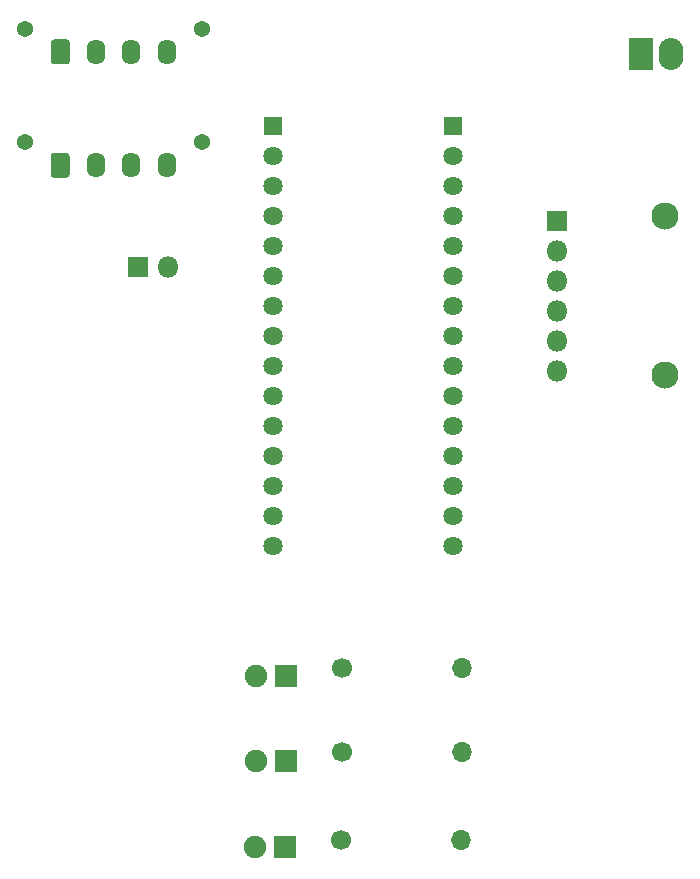
<source format=gbr>
%TF.GenerationSoftware,KiCad,Pcbnew,(5.1.6)-1*%
%TF.CreationDate,2021-01-17T16:19:00-06:00*%
%TF.ProjectId,irradiance1,69727261-6469-4616-9e63-65312e6b6963,rev?*%
%TF.SameCoordinates,Original*%
%TF.FileFunction,Soldermask,Bot*%
%TF.FilePolarity,Negative*%
%FSLAX46Y46*%
G04 Gerber Fmt 4.6, Leading zero omitted, Abs format (unit mm)*
G04 Created by KiCad (PCBNEW (5.1.6)-1) date 2021-01-17 16:19:00*
%MOMM*%
%LPD*%
G01*
G04 APERTURE LIST*
%ADD10O,2.100000X2.700000*%
%ADD11R,2.100000X2.700000*%
%ADD12O,1.800000X1.800000*%
%ADD13R,1.800000X1.800000*%
%ADD14R,1.630000X1.630000*%
%ADD15C,1.630000*%
%ADD16C,1.700000*%
%ADD17O,1.700000X1.700000*%
%ADD18O,1.600000X2.120000*%
%ADD19C,1.370000*%
%ADD20C,2.300000*%
%ADD21R,1.900000X1.900000*%
%ADD22C,1.900000*%
G04 APERTURE END LIST*
D10*
%TO.C,J6*%
X84540000Y-73000000D03*
D11*
X82000000Y-73000000D03*
%TD*%
D12*
%TO.C,JP1*%
X41940000Y-91000000D03*
D13*
X39400000Y-91000000D03*
%TD*%
D12*
%TO.C,J0*%
X74900000Y-99800000D03*
X74900000Y-97260000D03*
X74900000Y-94720000D03*
X74900000Y-92180000D03*
X74900000Y-89640000D03*
D13*
X74900000Y-87100000D03*
%TD*%
D14*
%TO.C,U2*%
X66040000Y-79035000D03*
D15*
X66040000Y-81575000D03*
X66040000Y-84115000D03*
X66040000Y-86655000D03*
X66040000Y-89195000D03*
X66040000Y-91735000D03*
X66040000Y-94275000D03*
X66040000Y-96815000D03*
X66040000Y-99355000D03*
X66040000Y-101895000D03*
X66040000Y-104435000D03*
X66040000Y-106975000D03*
X66040000Y-109515000D03*
X66040000Y-112055000D03*
X66040000Y-114595000D03*
D14*
X50800000Y-79035000D03*
D15*
X50800000Y-81575000D03*
X50800000Y-84115000D03*
X50800000Y-86655000D03*
X50800000Y-89195000D03*
X50800000Y-91735000D03*
X50800000Y-94275000D03*
X50800000Y-96815000D03*
X50800000Y-99355000D03*
X50800000Y-101895000D03*
X50800000Y-104435000D03*
X50800000Y-106975000D03*
X50800000Y-109515000D03*
X50800000Y-112055000D03*
X50800000Y-114595000D03*
%TD*%
D16*
%TO.C,R2*%
X56700000Y-125000000D03*
D17*
X66860000Y-125000000D03*
%TD*%
D16*
%TO.C,R1*%
X56600000Y-139500000D03*
D17*
X66760000Y-139500000D03*
%TD*%
D16*
%TO.C,R0*%
X56700000Y-132100000D03*
D17*
X66860000Y-132100000D03*
%TD*%
D18*
%TO.C,J5*%
X41800000Y-72800000D03*
X38800000Y-72800000D03*
X35800000Y-72800000D03*
G36*
G01*
X32000000Y-73593333D02*
X32000000Y-72006667D01*
G75*
G02*
X32266667Y-71740000I266667J0D01*
G01*
X33333333Y-71740000D01*
G75*
G02*
X33600000Y-72006667I0J-266667D01*
G01*
X33600000Y-73593333D01*
G75*
G02*
X33333333Y-73860000I-266667J0D01*
G01*
X32266667Y-73860000D01*
G75*
G02*
X32000000Y-73593333I0J266667D01*
G01*
G37*
D19*
X44800000Y-70840000D03*
X29800000Y-70840000D03*
%TD*%
D18*
%TO.C,J4*%
X41800000Y-82400000D03*
X38800000Y-82400000D03*
X35800000Y-82400000D03*
G36*
G01*
X32000000Y-83193333D02*
X32000000Y-81606667D01*
G75*
G02*
X32266667Y-81340000I266667J0D01*
G01*
X33333333Y-81340000D01*
G75*
G02*
X33600000Y-81606667I0J-266667D01*
G01*
X33600000Y-83193333D01*
G75*
G02*
X33333333Y-83460000I-266667J0D01*
G01*
X32266667Y-83460000D01*
G75*
G02*
X32000000Y-83193333I0J266667D01*
G01*
G37*
D19*
X44800000Y-80440000D03*
X29800000Y-80440000D03*
%TD*%
D20*
%TO.C,H2*%
X84043520Y-100185220D03*
%TD*%
%TO.C,H1*%
X84046060Y-86702900D03*
%TD*%
D21*
%TO.C,D2*%
X51900000Y-125600000D03*
D22*
X49360000Y-125600000D03*
%TD*%
D21*
%TO.C,D1*%
X51800000Y-140100000D03*
D22*
X49260000Y-140100000D03*
%TD*%
D21*
%TO.C,D0*%
X51900000Y-132800000D03*
D22*
X49360000Y-132800000D03*
%TD*%
M02*

</source>
